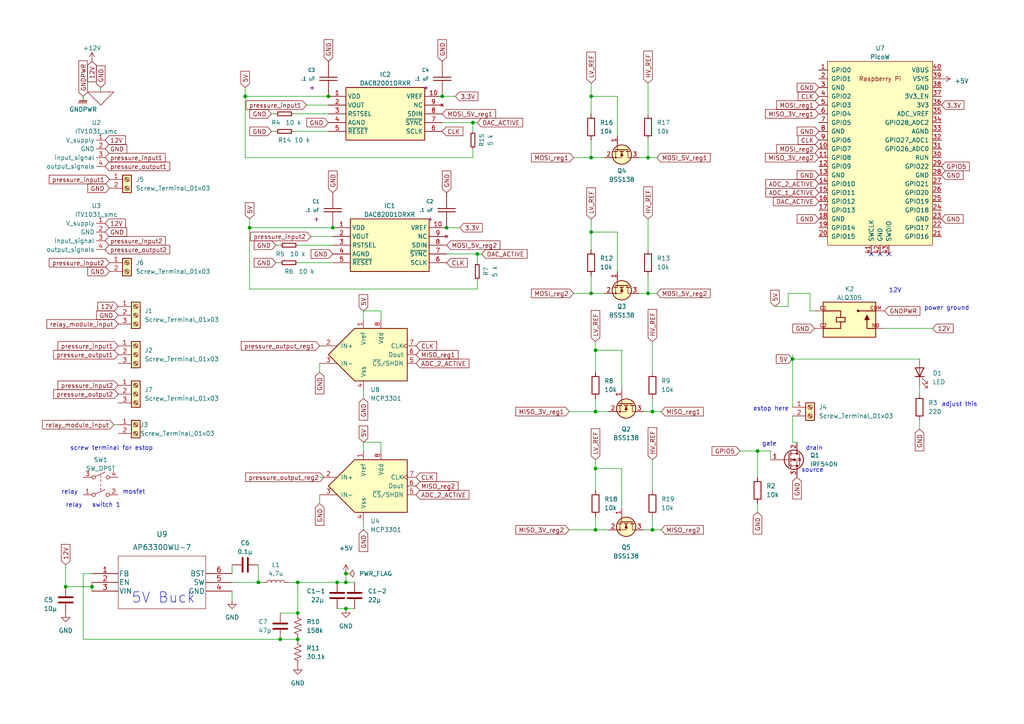
<source format=kicad_sch>
(kicad_sch (version 20230121) (generator eeschema)
  (paper "A4")
  (junction (at 86.36 185.42))
  (junction (at 187.96 45.72))
  (junction (at 96.52 66.04))
  (junction (at 187.96 85.09))
  (junction (at 172.72 135.89))
  (junction (at 219.71 130.81))
  (junction (at 86.36 168.91))
  (junction (at 86.36 177.8))
  (junction (at 128.27 27.94))
  (junction (at 364.49 138.43))
  (junction (at 100.33 168.91))
  (junction (at 72.39 66.04))
  (junction (at 100.33 176.53))
  (junction (at 95.25 27.94))
  (junction (at 361.95 36.83))
  (junction (at 71.12 27.94))
  (junction (at 138.43 73.66))
  (junction (at 74.93 168.91))
  (junction (at 189.23 119.38))
  (junction (at 26.67 170.18))
  (junction (at 172.72 101.6))
  (junction (at 97.79 168.91))
  (junction (at 229.87 104.14))
  (junction (at 171.45 85.09))
  (junction (at 171.45 67.31))
  (junction (at 364.49 107.95))
  (junction (at 100.33 166.37))
  (junction (at 171.45 27.94))
  (junction (at 189.23 153.67))
  (junction (at 19.05 170.18))
  (junction (at 172.72 153.67))
  (junction (at 361.95 67.31))
  (junction (at 81.28 185.42))
  (junction (at 129.54 66.04))
  (junction (at 137.16 35.56))
  (junction (at 172.72 119.38))
  (junction (at 171.45 45.72))
  (no_connect (at 255.27 73.66))
  (no_connect (at 252.73 73.66))
  (no_connect (at 257.81 73.66))
  (wire (pts (xy 186.69 119.38) (xy 189.23 119.38)))
  (wire (pts (xy 172.72 115.57) (xy 172.72 119.38)))
  (wire (pts (xy 137.16 45.72) (xy 137.16 43.18)))
  (wire (pts (xy 139.7 73.66) (xy 138.43 73.66)))
  (wire (pts (xy 110.49 92.71) (xy 110.49 90.17)))
  (wire (pts (xy 138.43 83.82) (xy 138.43 81.28)))
  (wire (pts (xy 72.39 83.82) (xy 138.43 83.82)))
  (wire (pts (xy 364.49 72.39) (xy 364.49 74.93)))
  (wire (pts (xy 219.71 130.81) (xy 219.71 138.43)))
  (wire (pts (xy 92.71 143.51) (xy 92.71 146.05)))
  (wire (pts (xy 367.03 143.51) (xy 367.03 146.05)))
  (wire (pts (xy 138.43 73.66) (xy 129.54 73.66)))
  (wire (pts (xy 71.12 45.72) (xy 137.16 45.72)))
  (wire (pts (xy 266.7 121.92) (xy 266.7 124.46)))
  (wire (pts (xy 314.96 73.66) (xy 326.39 73.66)))
  (wire (pts (xy 384.81 128.27) (xy 379.73 128.27)))
  (wire (pts (xy 172.72 142.24) (xy 172.72 135.89)))
  (wire (pts (xy 166.37 85.09) (xy 171.45 85.09)))
  (wire (pts (xy 364.49 107.95) (xy 364.49 111.76)))
  (wire (pts (xy 83.82 168.91) (xy 86.36 168.91)))
  (wire (pts (xy 80.01 76.2) (xy 81.28 76.2)))
  (wire (pts (xy 138.43 35.56) (xy 137.16 35.56)))
  (wire (pts (xy 171.45 67.31) (xy 179.07 67.31)))
  (wire (pts (xy 172.72 133.35) (xy 172.72 135.89)))
  (wire (pts (xy 172.72 99.06) (xy 172.72 101.6)))
  (wire (pts (xy 171.45 40.64) (xy 171.45 45.72)))
  (wire (pts (xy 364.49 120.65) (xy 368.3 120.65)))
  (wire (pts (xy 90.17 68.58) (xy 96.52 68.58)))
  (wire (pts (xy 228.6 85.09) (xy 234.95 85.09)))
  (wire (pts (xy 361.95 36.83) (xy 361.95 40.64)))
  (wire (pts (xy 97.79 168.91) (xy 100.33 168.91)))
  (wire (pts (xy 266.7 111.76) (xy 266.7 114.3)))
  (wire (pts (xy 229.87 120.65) (xy 229.87 128.27)))
  (wire (pts (xy 189.23 115.57) (xy 189.23 119.38)))
  (wire (pts (xy 72.39 63.5) (xy 72.39 66.04)))
  (wire (pts (xy 72.39 66.04) (xy 96.52 66.04)))
  (wire (pts (xy 364.49 138.43) (xy 364.49 142.24)))
  (wire (pts (xy 72.39 66.04) (xy 72.39 83.82)))
  (wire (pts (xy 26.67 168.91) (xy 26.67 170.18)))
  (wire (pts (xy 325.12 133.35) (xy 325.12 134.62)))
  (wire (pts (xy 171.45 33.02) (xy 171.45 27.94)))
  (wire (pts (xy 24.13 27.94) (xy 24.13 29.21)))
  (wire (pts (xy 266.7 104.14) (xy 229.87 104.14)))
  (wire (pts (xy 86.36 76.2) (xy 96.52 76.2)))
  (wire (pts (xy 171.45 80.01) (xy 171.45 85.09)))
  (wire (pts (xy 171.45 45.72) (xy 175.26 45.72)))
  (wire (pts (xy 317.5 144.78) (xy 328.93 144.78)))
  (wire (pts (xy 26.67 170.18) (xy 26.67 171.45)))
  (wire (pts (xy 187.96 45.72) (xy 190.5 45.72)))
  (wire (pts (xy 313.69 138.43) (xy 328.93 138.43)))
  (wire (pts (xy 172.72 107.95) (xy 172.72 101.6)))
  (wire (pts (xy 24.13 185.42) (xy 24.13 166.37)))
  (wire (pts (xy 110.49 130.81) (xy 110.49 128.27)))
  (wire (pts (xy 361.95 67.31) (xy 364.49 67.31)))
  (wire (pts (xy 105.41 151.13) (xy 105.41 153.67)))
  (wire (pts (xy 180.34 135.89) (xy 180.34 147.32)))
  (wire (pts (xy 364.49 124.46) (xy 368.3 124.46)))
  (wire (pts (xy 323.85 148.59) (xy 328.93 148.59)))
  (wire (pts (xy 100.33 176.53) (xy 102.87 176.53)))
  (wire (pts (xy 323.85 152.4) (xy 323.85 148.59)))
  (wire (pts (xy 256.54 95.25) (xy 270.51 95.25)))
  (wire (pts (xy 314.96 81.28) (xy 321.31 81.28)))
  (wire (pts (xy 325.12 134.62) (xy 328.93 134.62)))
  (wire (pts (xy 24.13 166.37) (xy 26.67 166.37)))
  (wire (pts (xy 311.15 67.31) (xy 326.39 67.31)))
  (wire (pts (xy 110.49 90.17) (xy 105.41 90.17)))
  (wire (pts (xy 377.19 57.15) (xy 377.19 59.69)))
  (wire (pts (xy 86.36 71.12) (xy 96.52 71.12)))
  (wire (pts (xy 313.69 133.35) (xy 325.12 133.35)))
  (wire (pts (xy 187.96 24.13) (xy 187.96 33.02)))
  (wire (pts (xy 229.87 128.27) (xy 231.14 128.27)))
  (wire (pts (xy 71.12 25.4) (xy 71.12 27.94)))
  (wire (pts (xy 364.49 115.57) (xy 368.3 115.57)))
  (wire (pts (xy 229.87 102.87) (xy 229.87 104.14)))
  (wire (pts (xy 364.49 138.43) (xy 367.03 138.43)))
  (wire (pts (xy 172.72 101.6) (xy 180.34 101.6)))
  (wire (pts (xy 179.07 27.94) (xy 179.07 39.37)))
  (wire (pts (xy 311.15 62.23) (xy 322.58 62.23)))
  (wire (pts (xy 137.16 35.56) (xy 137.16 38.1)))
  (wire (pts (xy 105.41 90.17) (xy 105.41 92.71)))
  (wire (pts (xy 100.33 166.37) (xy 100.33 168.91)))
  (wire (pts (xy 71.12 27.94) (xy 95.25 27.94)))
  (wire (pts (xy 78.74 38.1) (xy 80.01 38.1)))
  (wire (pts (xy 180.34 101.6) (xy 180.34 113.03)))
  (wire (pts (xy 224.79 88.9) (xy 228.6 88.9)))
  (wire (pts (xy 166.37 45.72) (xy 171.45 45.72)))
  (wire (pts (xy 92.71 138.43) (xy 93.98 138.43)))
  (wire (pts (xy 214.63 130.81) (xy 219.71 130.81)))
  (wire (pts (xy 86.36 168.91) (xy 86.36 177.8)))
  (wire (pts (xy 81.28 185.42) (xy 86.36 185.42)))
  (wire (pts (xy 81.28 71.12) (xy 80.01 71.12)))
  (wire (pts (xy 165.1 119.38) (xy 172.72 119.38)))
  (wire (pts (xy 74.93 163.83) (xy 74.93 168.91)))
  (wire (pts (xy 165.1 153.67) (xy 172.72 153.67)))
  (wire (pts (xy 137.16 35.56) (xy 128.27 35.56)))
  (wire (pts (xy 19.05 170.18) (xy 26.67 170.18)))
  (wire (pts (xy 364.49 107.95) (xy 368.3 107.95)))
  (wire (pts (xy 172.72 149.86) (xy 172.72 153.67)))
  (wire (pts (xy 67.31 171.45) (xy 67.31 173.99)))
  (wire (pts (xy 382.27 57.15) (xy 377.19 57.15)))
  (wire (pts (xy 92.71 105.41) (xy 92.71 107.95)))
  (wire (pts (xy 234.95 90.17) (xy 236.22 90.17)))
  (wire (pts (xy 138.43 73.66) (xy 138.43 76.2)))
  (wire (pts (xy 361.95 49.53) (xy 365.76 49.53)))
  (wire (pts (xy 185.42 45.72) (xy 187.96 45.72)))
  (wire (pts (xy 171.45 27.94) (xy 179.07 27.94)))
  (wire (pts (xy 189.23 99.06) (xy 189.23 107.95)))
  (wire (pts (xy 171.45 24.13) (xy 171.45 27.94)))
  (wire (pts (xy 187.96 40.64) (xy 187.96 45.72)))
  (wire (pts (xy 19.05 163.83) (xy 19.05 170.18)))
  (wire (pts (xy 189.23 149.86) (xy 189.23 153.67)))
  (wire (pts (xy 382.27 59.69) (xy 382.27 57.15)))
  (wire (pts (xy 67.31 168.91) (xy 74.93 168.91)))
  (wire (pts (xy 379.73 151.13) (xy 379.73 154.94)))
  (wire (pts (xy 97.79 176.53) (xy 100.33 176.53)))
  (wire (pts (xy 128.27 27.94) (xy 132.08 27.94)))
  (wire (pts (xy 377.19 80.01) (xy 377.19 83.82)))
  (wire (pts (xy 179.07 67.31) (xy 179.07 78.74)))
  (wire (pts (xy 379.73 128.27) (xy 379.73 130.81)))
  (wire (pts (xy 67.31 166.37) (xy 67.31 163.83)))
  (wire (pts (xy 228.6 85.09) (xy 228.6 88.9)))
  (wire (pts (xy 172.72 153.67) (xy 176.53 153.67)))
  (wire (pts (xy 100.33 168.91) (xy 102.87 168.91)))
  (wire (pts (xy 189.23 119.38) (xy 191.77 119.38)))
  (wire (pts (xy 129.54 66.04) (xy 133.35 66.04)))
  (wire (pts (xy 189.23 153.67) (xy 191.77 153.67)))
  (wire (pts (xy 81.28 177.8) (xy 86.36 177.8)))
  (wire (pts (xy 80.01 33.02) (xy 78.74 33.02)))
  (wire (pts (xy 33.02 123.19) (xy 34.29 123.19)))
  (wire (pts (xy 384.81 130.81) (xy 384.81 128.27)))
  (wire (pts (xy 219.71 146.05) (xy 219.71 148.59)))
  (wire (pts (xy 185.42 85.09) (xy 187.96 85.09)))
  (wire (pts (xy 172.72 119.38) (xy 176.53 119.38)))
  (wire (pts (xy 361.95 67.31) (xy 361.95 71.12)))
  (wire (pts (xy 171.45 85.09) (xy 175.26 85.09)))
  (wire (pts (xy 187.96 80.01) (xy 187.96 85.09)))
  (wire (pts (xy 81.28 185.42) (xy 24.13 185.42)))
  (wire (pts (xy 85.09 33.02) (xy 95.25 33.02)))
  (wire (pts (xy 322.58 62.23) (xy 322.58 63.5)))
  (wire (pts (xy 71.12 27.94) (xy 71.12 45.72)))
  (wire (pts (xy 219.71 130.81) (xy 223.52 130.81)))
  (wire (pts (xy 234.95 85.09) (xy 234.95 90.17)))
  (wire (pts (xy 76.2 168.91) (xy 74.93 168.91)))
  (wire (pts (xy 187.96 85.09) (xy 190.5 85.09)))
  (wire (pts (xy 171.45 72.39) (xy 171.45 67.31)))
  (wire (pts (xy 321.31 81.28) (xy 321.31 77.47)))
  (wire (pts (xy 85.09 38.1) (xy 95.25 38.1)))
  (wire (pts (xy 361.95 36.83) (xy 365.76 36.83)))
  (wire (pts (xy 317.5 152.4) (xy 323.85 152.4)))
  (wire (pts (xy 172.72 135.89) (xy 180.34 135.89)))
  (wire (pts (xy 105.41 128.27) (xy 105.41 130.81)))
  (wire (pts (xy 361.95 44.45) (xy 365.76 44.45)))
  (wire (pts (xy 322.58 63.5) (xy 326.39 63.5)))
  (wire (pts (xy 86.36 168.91) (xy 97.79 168.91)))
  (wire (pts (xy 29.21 26.67) (xy 29.21 25.4)))
  (wire (pts (xy 88.9 30.48) (xy 95.25 30.48)))
  (wire (pts (xy 361.95 53.34) (xy 365.76 53.34)))
  (wire (pts (xy 105.41 113.03) (xy 105.41 115.57)))
  (wire (pts (xy 223.52 130.81) (xy 223.52 133.35)))
  (wire (pts (xy 186.69 153.67) (xy 189.23 153.67)))
  (wire (pts (xy 189.23 133.35) (xy 189.23 142.24)))
  (wire (pts (xy 229.87 104.14) (xy 229.87 118.11)))
  (wire (pts (xy 321.31 77.47) (xy 326.39 77.47)))
  (wire (pts (xy 110.49 128.27) (xy 105.41 128.27)))
  (wire (pts (xy 187.96 63.5) (xy 187.96 72.39)))
  (wire (pts (xy 171.45 63.5) (xy 171.45 67.31)))
  (text "-5V\n" (at -31.75 307.34 0) (effects (font (size 1.27 1.27)) (justify left bottom)))
  (text "Pressure Sensor" (at 327.66 97.79 0) (effects (font (size 3 3)) (justify left bottom)))
  (text "relay\n" (at 17.78 143.51 0) (effects (font (size 1.27 1.27)) (justify left bottom)))
  (text "estop here\n" (at 218.44 119.38 0) (effects (font (size 1.27 1.27)) (justify left bottom)))
  (text "mosfet\n" (at 35.56 143.51 0) (effects (font (size 1.27 1.27)) (justify left bottom)))
  (text "+12 V\n" (at -82.55 297.18 0) (effects (font (size 1.27 1.27)) (justify left bottom)))
  (text "power ground\n" (at 267.97 90.17 0) (effects (font (size 1.27 1.27)) (justify left bottom)))
  (text "source\n" (at 232.41 137.16 0) (effects (font (size 1.27 1.27)) (justify left bottom)))
  (text "screw terminal for estop" (at 20.32 130.81 0) (effects (font (size 1.27 1.27)) (justify left bottom)))
  (text "switch 1\n" (at 26.67 147.32 0) (effects (font (size 1.27 1.27)) (justify left bottom)))
  (text "relay\n" (at 19.05 147.32 0) (effects (font (size 1.27 1.27)) (justify left bottom)))
  (text "different gnd?\n" (at -33.02 302.26 0) (effects (font (size 1.27 1.27)) (justify left bottom)))
  (text "Pressure Sensor" (at 325.12 26.67 0) (effects (font (size 3 3)) (justify left bottom)))
  (text "GND\n" (at -81.28 307.34 0) (effects (font (size 1.27 1.27)) (justify left bottom)))
  (text "drain\n" (at 233.68 130.81 0) (effects (font (size 1.27 1.27)) (justify left bottom)))
  (text "+5V\n" (at -33.02 295.91 0) (effects (font (size 1.27 1.27)) (justify left bottom)))
  (text "adjust this\n" (at 273.05 118.11 0) (effects (font (size 1.27 1.27)) (justify left bottom)))
  (text "5V Buck\n" (at 38.1 175.26 0) (effects (font (size 3 3)) (justify left bottom)))
  (text "12V" (at 257.81 85.09 0) (effects (font (size 1.27 1.27)) (justify left bottom)))
  (text "gate\n" (at 220.98 129.54 0) (effects (font (size 1.27 1.27)) (justify left bottom)))
  (global_label "GND" (shape input) (at 368.3 124.46 0) (property "Intersheetrefs" "${INTERSHEET_REFS}" (effects hide)))
  (global_label "pressure_input1" (shape input) (at 31.75 52.07 180) (property "Intersheetrefs" "${INTERSHEET_REFS}" (effects hide)))
  (global_label "CLK" (shape input) (at 120.65 138.43 0) (property "Intersheetrefs" "${INTERSHEET_REFS}" (effects hide)))
  (global_label "pressure_output1" (shape input) (at 34.29 102.87 180) (property "Intersheetrefs" "${INTERSHEET_REFS}" (effects hide)))
  (global_label "GND" (shape input) (at 80.01 76.2 180) (property "Intersheetrefs" "${INTERSHEET_REFS}" (effects hide)))
  (global_label "GND" (shape input) (at 92.71 146.05 270) (property "Intersheetrefs" "${INTERSHEET_REFS}" (effects hide)))
  (global_label "GND" (shape input) (at 92.71 107.95 270) (property "Intersheetrefs" "${INTERSHEET_REFS}" (effects hide)))
  (global_label "GND" (shape input) (at 31.75 54.61 180) (property "Intersheetrefs" "${INTERSHEET_REFS}" (effects hide)))
  (global_label "GND" (shape input) (at 368.3 120.65 0) (property "Intersheetrefs" "${INTERSHEET_REFS}" (effects hide)))
  (global_label "ADC_1_ACTIVE" (shape input) (at 392.43 72.39 0) (property "Intersheetrefs" "${INTERSHEET_REFS}" (effects hide)))
  (global_label "pressure_input1" (shape input) (at 88.9 30.48 180) (property "Intersheetrefs" "${INTERSHEET_REFS}" (effects hide)))
  (global_label "DAC_ACTIVE" (shape input) (at 139.7 73.66 0) (property "Intersheetrefs" "${INTERSHEET_REFS}" (effects hide)))
  (global_label "GND" (shape input) (at 273.05 63.5 0) (property "Intersheetrefs" "${INTERSHEET_REFS}" (effects hide)))
  (global_label "5V" (shape input) (at 311.15 64.77 0) (property "Intersheetrefs" "${INTERSHEET_REFS}" (effects hide)))
  (global_label "GND" (shape input) (at 364.49 74.93 270) (property "Intersheetrefs" "${INTERSHEET_REFS}" (effects hide)))
  (global_label "MISO_3V_reg1" (shape input) (at 237.49 33.02 180) (property "Intersheetrefs" "${INTERSHEET_REFS}" (effects hide)))
  (global_label "GND" (shape input) (at 78.74 33.02 180) (property "Intersheetrefs" "${INTERSHEET_REFS}" (effects hide)))
  (global_label "GND" (shape input) (at 367.03 146.05 270) (property "Intersheetrefs" "${INTERSHEET_REFS}" (effects hide)))
  (global_label "12V" (shape input) (at 34.29 88.9 180) (property "Intersheetrefs" "${INTERSHEET_REFS}" (effects hide)))
  (global_label "5V" (shape input) (at 377.19 57.15 90) (property "Intersheetrefs" "${INTERSHEET_REFS}" (effects hide)))
  (global_label "12V" (shape input) (at 270.51 95.25 0) (property "Intersheetrefs" "${INTERSHEET_REFS}" (effects hide)))
  (global_label "MOSI_5V_reg2" (shape input) (at 129.54 71.12 0) (property "Intersheetrefs" "${INTERSHEET_REFS}" (effects hide)))
  (global_label "5V" (shape input) (at 105.41 128.27 90) (property "Intersheetrefs" "${INTERSHEET_REFS}" (effects hide)))
  (global_label "MOSI_reg1" (shape input) (at 237.49 30.48 180) (property "Intersheetrefs" "${INTERSHEET_REFS}" (effects hide)))
  (global_label "ADC_1_ACTIVE" (shape input) (at 394.97 143.51 0) (property "Intersheetrefs" "${INTERSHEET_REFS}" (effects hide)))
  (global_label "MOSI_5V_reg1" (shape input) (at 128.27 33.02 0) (property "Intersheetrefs" "${INTERSHEET_REFS}" (effects hide)))
  (global_label "GND" (shape input) (at 313.69 130.81 0) (property "Intersheetrefs" "${INTERSHEET_REFS}" (effects hide)))
  (global_label "GND" (shape input) (at 96.52 55.88 90) (property "Intersheetrefs" "${INTERSHEET_REFS}" (effects hide)))
  (global_label "GND" (shape input) (at 365.76 44.45 0) (property "Intersheetrefs" "${INTERSHEET_REFS}" (effects hide)))
  (global_label "pressure_output_reg1" (shape input) (at 92.71 100.33 180) (property "Intersheetrefs" "${INTERSHEET_REFS}" (effects hide)))
  (global_label "CLK" (shape input) (at 120.65 100.33 0) (property "Intersheetrefs" "${INTERSHEET_REFS}" (effects hide)))
  (global_label "5V" (shape input) (at 368.3 107.95 0) (property "Intersheetrefs" "${INTERSHEET_REFS}" (effects hide)))
  (global_label "GND" (shape input) (at 31.75 78.74 180) (property "Intersheetrefs" "${INTERSHEET_REFS}" (effects hide)))
  (global_label "GND" (shape input) (at 219.71 148.59 270) (property "Intersheetrefs" "${INTERSHEET_REFS}" (effects hide)))
  (global_label "GND" (shape input) (at 129.54 55.88 90) (property "Intersheetrefs" "${INTERSHEET_REFS}" (effects hide)))
  (global_label "GPIO5" (shape input) (at 273.05 48.26 0) (property "Intersheetrefs" "${INTERSHEET_REFS}" (effects hide)))
  (global_label "5V" (shape input) (at 71.12 25.4 90) (property "Intersheetrefs" "${INTERSHEET_REFS}" (effects hide)))
  (global_label "MOSI_reg2" (shape input) (at 166.37 85.09 180) (property "Intersheetrefs" "${INTERSHEET_REFS}" (effects hide)))
  (global_label "MOSI_5V_reg1" (shape input) (at 190.5 45.72 0) (property "Intersheetrefs" "${INTERSHEET_REFS}" (effects hide)))
  (global_label "ADC_1_ACTIVE" (shape input) (at 237.49 55.88 180) (property "Intersheetrefs" "${INTERSHEET_REFS}" (effects hide)))
  (global_label "pressure_input2" (shape input) (at 90.17 68.58 180) (property "Intersheetrefs" "${INTERSHEET_REFS}" (effects hide)))
  (global_label "CLK" (shape input) (at 392.43 67.31 0) (property "Intersheetrefs" "${INTERSHEET_REFS}" (effects hide)))
  (global_label "MISO_3V_reg2" (shape input) (at 237.49 45.72 180) (property "Intersheetrefs" "${INTERSHEET_REFS}" (effects hide)))
  (global_label "LV_REF" (shape input) (at 171.45 63.5 90) (property "Intersheetrefs" "${INTERSHEET_REFS}" (effects hide)))
  (global_label "GNDPWR" (shape input) (at 24.13 27.94 90) (property "Intersheetrefs" "${INTERSHEET_REFS}" (effects hide)))
  (global_label "GND" (shape input) (at 128.27 17.78 90) (property "Intersheetrefs" "${INTERSHEET_REFS}" (effects hide)))
  (global_label "GND" (shape input) (at 379.73 154.94 270) (property "Intersheetrefs" "${INTERSHEET_REFS}" (effects hide)))
  (global_label "HV_REF" (shape input) (at 187.96 63.5 90) (property "Intersheetrefs" "${INTERSHEET_REFS}" (effects hide)))
  (global_label "GND" (shape input) (at 237.49 63.5 180) (property "Intersheetrefs" "${INTERSHEET_REFS}" (effects hide)))
  (global_label "CLK" (shape input) (at 237.49 27.94 180) (property "Intersheetrefs" "${INTERSHEET_REFS}" (effects hide)))
  (global_label "5V" (shape input) (at 105.41 90.17 90) (property "Intersheetrefs" "${INTERSHEET_REFS}" (effects hide)))
  (global_label "GND" (shape input) (at 29.21 25.4 90) (property "Intersheetrefs" "${INTERSHEET_REFS}" (effects hide)))
  (global_label "12V" (shape input) (at 30.48 64.77 0) (property "Intersheetrefs" "${INTERSHEET_REFS}" (effects hide)))
  (global_label "LV_REF" (shape input) (at 171.45 24.13 90) (property "Intersheetrefs" "${INTERSHEET_REFS}" (effects hide)))
  (global_label "HV_REF" (shape input) (at 189.23 133.35 90) (property "Intersheetrefs" "${INTERSHEET_REFS}" (effects hide)))
  (global_label "pressure_output_reg2" (shape input) (at 93.98 138.43 180) (property "Intersheetrefs" "${INTERSHEET_REFS}" (effects hide)))
  (global_label "GND" (shape input) (at 105.41 153.67 270) (property "Intersheetrefs" "${INTERSHEET_REFS}" (effects hide)))
  (global_label "3.3V" (shape input) (at 133.35 66.04 0) (property "Intersheetrefs" "${INTERSHEET_REFS}" (effects hide)))
  (global_label "ADC_2_ACTIVE" (shape input) (at 120.65 143.51 0) (property "Intersheetrefs" "${INTERSHEET_REFS}" (effects hide)))
  (global_label "pressure_output2" (shape input) (at 30.48 72.39 0) (property "Intersheetrefs" "${INTERSHEET_REFS}" (effects hide)))
  (global_label "pressure_input2" (shape input) (at 34.29 111.76 180) (property "Intersheetrefs" "${INTERSHEET_REFS}" (effects hide)))
  (global_label "12V" (shape input) (at 30.48 40.64 0) (property "Intersheetrefs" "${INTERSHEET_REFS}" (effects hide)))
  (global_label "GND" (shape input) (at 368.3 115.57 0) (property "Intersheetrefs" "${INTERSHEET_REFS}" (effects hide)))
  (global_label "GND" (shape input) (at 237.49 25.4 180) (property "Intersheetrefs" "${INTERSHEET_REFS}" (effects hide)))
  (global_label "MISO_reg2" (shape input) (at 394.97 140.97 0) (property "Intersheetrefs" "${INTERSHEET_REFS}" (effects hide)))
  (global_label "GND" (shape input) (at 377.19 83.82 270) (property "Intersheetrefs" "${INTERSHEET_REFS}" (effects hide)))
  (global_label "GND" (shape input) (at 266.7 124.46 270) (property "Intersheetrefs" "${INTERSHEET_REFS}" (effects hide)))
  (global_label "12V" (shape input) (at 19.05 163.83 90) (property "Intersheetrefs" "${INTERSHEET_REFS}" (effects hide)))
  (global_label "5V" (shape input) (at 365.76 36.83 0) (property "Intersheetrefs" "${INTERSHEET_REFS}" (effects hide)))
  (global_label "pressure_input2" (shape input) (at 30.48 69.85 0) (property "Intersheetrefs" "${INTERSHEET_REFS}" (effects hide)))
  (global_label "5V" (shape input) (at 224.79 88.9 90) (property "Intersheetrefs" "${INTERSHEET_REFS}" (effects hide)))
  (global_label "GND" (shape input) (at 273.05 50.8 0) (property "Intersheetrefs" "${INTERSHEET_REFS}" (effects hide)))
  (global_label "DAC_ACTIVE" (shape input) (at 237.49 58.42 180) (property "Intersheetrefs" "${INTERSHEET_REFS}" (effects hide)))
  (global_label "HV_REF" (shape input) (at 187.96 24.13 90) (property "Intersheetrefs" "${INTERSHEET_REFS}" (effects hide)))
  (global_label "LV_REF" (shape input) (at 172.72 99.06 90) (property "Intersheetrefs" "${INTERSHEET_REFS}" (effects hide)))
  (global_label "pressure_output2" (shape input) (at 34.29 114.3 180) (property "Intersheetrefs" "${INTERSHEET_REFS}" (effects hide)))
  (global_label "GPIO5" (shape input) (at 214.63 130.81 180) (property "Intersheetrefs" "${INTERSHEET_REFS}" (effects hide)))
  (global_label "3.3V" (shape input) (at 132.08 27.94 0) (property "Intersheetrefs" "${INTERSHEET_REFS}" (effects hide)))
  (global_label "pressure_input1" (shape input) (at 34.29 100.33 180) (property "Intersheetrefs" "${INTERSHEET_REFS}" (effects hide)))
  (global_label "GND" (shape input) (at 311.15 59.69 0) (property "Intersheetrefs" "${INTERSHEET_REFS}" (effects hide)))
  (global_label "5V" (shape input) (at 229.87 104.14 180) (property "Intersheetrefs" "${INTERSHEET_REFS}" (effects hide)))
  (global_label "pressure_input2" (shape input) (at 31.75 76.2 180) (property "Intersheetrefs" "${INTERSHEET_REFS}" (effects hide)))
  (global_label "5V" (shape input) (at 72.39 63.5 90) (property "Intersheetrefs" "${INTERSHEET_REFS}" (effects hide)))
  (global_label "MISO_reg1" (shape input) (at 191.77 119.38 0) (property "Intersheetrefs" "${INTERSHEET_REFS}" (effects hide)))
  (global_label "relay_module_input" (shape input) (at 34.29 93.98 180) (property "Intersheetrefs" "${INTERSHEET_REFS}" (effects hide)))
  (global_label "MISO_reg2" (shape input) (at 120.65 140.97 0) (property "Intersheetrefs" "${INTERSHEET_REFS}" (effects hide)))
  (global_label "5V" (shape input) (at 379.73 128.27 90) (property "Intersheetrefs" "${INTERSHEET_REFS}" (effects hide)))
  (global_label "ADC_2_ACTIVE" (shape input) (at 237.49 53.34 180) (property "Intersheetrefs" "${INTERSHEET_REFS}" (effects hide)))
  (global_label "MISO_3V_reg1" (shape input) (at 165.1 119.38 180) (property "Intersheetrefs" "${INTERSHEET_REFS}" (effects hide)))
  (global_label "GND" (shape input) (at 237.49 50.8 180) (property "Intersheetrefs" "${INTERSHEET_REFS}" (effects hide)))
  (global_label "GND" (shape input) (at 95.25 17.78 90) (property "Intersheetrefs" "${INTERSHEET_REFS}" (effects hide)))
  (global_label "MISO_3V_reg2" (shape input) (at 165.1 153.67 180) (property "Intersheetrefs" "${INTERSHEET_REFS}" (effects hide)))
  (global_label "GNDPWR" (shape input) (at 256.54 90.17 0) (property "Intersheetrefs" "${INTERSHEET_REFS}" (effects hide)))
  (global_label "GND" (shape input) (at 237.49 38.1 180) (property "Intersheetrefs" "${INTERSHEET_REFS}" (effects hide)))
  (global_label "DAC_ACTIVE" (shape input) (at 138.43 35.56 0) (property "Intersheetrefs" "${INTERSHEET_REFS}" (effects hide)))
  (global_label "GND" (shape input) (at 105.41 115.57 270) (property "Intersheetrefs" "${INTERSHEET_REFS}" (effects hide)))
  (global_label "MOSI_5V_reg2" (shape input) (at 190.5 85.09 0) (property "Intersheetrefs" "${INTERSHEET_REFS}" (effects hide)))
  (global_label "GND" (shape input) (at 96.52 73.66 180) (property "Intersheetrefs" "${INTERSHEET_REFS}" (effects hide)))
  (global_label "MISO_reg1" (shape input) (at 392.43 69.85 0) (property "Intersheetrefs" "${INTERSHEET_REFS}" (effects hide)))
  (global_label "MISO_reg1" (shape input) (at 120.65 102.87 0) (property "Intersheetrefs" "${INTERSHEET_REFS}" (effects hide)))
  (global_label "GND" (shape input) (at 236.22 95.25 180) (property "Intersheetrefs" "${INTERSHEET_REFS}" (effects hide)))
  (global_label "pressure_output1" (shape input) (at 30.48 48.26 0) (property "Intersheetrefs" "${INTERSHEET_REFS}" (effects hide)))
  (global_label "GND" (shape input) (at 95.25 35.56 180) (property "Intersheetrefs" "${INTERSHEET_REFS}" (effects hide)))
  (global_label "CLK" (shape input) (at 128.27 38.1 0) (property "Intersheetrefs" "${INTERSHEET_REFS}" (effects hide)))
  (global_label "MISO_reg2" (shape input) (at 191.77 153.67 0) (property "Intersheetrefs" "${INTERSHEET_REFS}" (effects hide)))
  (global_label "GND" (shape input) (at 80.01 71.12 180) (property "Intersheetrefs" "${INTERSHEET_REFS}" (effects hide)))
  (global_label "GND" (shape input) (at 365.76 53.34 0) (property "Intersheetrefs" "${INTERSHEET_REFS}" (effects hide)))
  (global_label "HV_REF" (shape input) (at 189.23 99.06 90) (property "Intersheetrefs" "${INTERSHEET_REFS}" (effects hide)))
  (global_label "GND" (shape input) (at 365.76 49.53 0) (property "Intersheetrefs" "${INTERSHEET_REFS}" (effects hide)))
  (global_label "CLK" (shape input) (at 129.54 76.2 0) (property "Intersheetrefs" "${INTERSHEET_REFS}" (effects hide)))
  (global_label "relay_module_input" (shape input) (at 33.02 123.19 180) (property "Intersheetrefs" "${INTERSHEET_REFS}" (effects hide)))
  (global_label "GND" (shape input) (at 231.14 138.43 270) (property "Intersheetrefs" "${INTERSHEET_REFS}" (effects hide)))
  (global_label "GND" (shape input) (at 30.48 43.18 0) (property "Intersheetrefs" "${INTERSHEET_REFS}" (effects hide)))
  (global_label "GND" (shape input) (at 78.74 38.1 180) (property "Intersheetrefs" "${INTERSHEET_REFS}" (effects hide)))
  (global_label "12V" (shape input) (at 26.67 17.78 270) (property "Intersheetrefs" "${INTERSHEET_REFS}" (effects hide)))
  (global_label "pressure_input1" (shape input) (at 30.48 45.72 0) (property "Intersheetrefs" "${INTERSHEET_REFS}" (effects hide)))
  (global_label "MOSI_reg1" (shape input) (at 166.37 45.72 180) (property "Intersheetrefs" "${INTERSHEET_REFS}" (effects hide)))
  (global_label "3.3V" (shape input) (at 273.05 30.48 0) (property "Intersheetrefs" "${INTERSHEET_REFS}" (effects hide)))
  (global_label "MOSI_reg2" (shape input) (at 237.49 43.18 180) (property "Intersheetrefs" "${INTERSHEET_REFS}" (effects hide)))
  (global_label "CLK" (shape input) (at 394.97 138.43 0) (property "Intersheetrefs" "${INTERSHEET_REFS}" (effects hide)))
  (global_label "GND" (shape input) (at 34.29 91.44 180) (property "Intersheetrefs" "${INTERSHEET_REFS}" (effects hide)))
  (global_label "5V" (shape input) (at 313.69 135.89 0) (property "Intersheetrefs" "${INTERSHEET_REFS}" (effects hide)))
  (global_label "ADC_2_ACTIVE" (shape input) (at 120.65 105.41 0) (property "Intersheetrefs" "${INTERSHEET_REFS}" (effects hide)))
  (global_label "GND" (shape input) (at 30.48 67.31 0) (property "Intersheetrefs" "${INTERSHEET_REFS}" (effects hide)))
  (global_label "CLK" (shape input) (at 237.49 40.64 180) (property "Intersheetrefs" "${INTERSHEET_REFS}" (effects hide)))
  (global_label "LV_REF" (shape input) (at 172.72 133.35 90) (property "Intersheetrefs" "${INTERSHEET_REFS}" (effects hide)))
  (symbol (lib_id "Analog_ADC:MCP3301") (at 107.95 140.97 0) (unit 1)
    (property "Reference" "U4" (at 107.4294 151.13 0) (effects (justify left)))
    (property "Value" "MCP3301" (at 107.4294 153.67 0) (effects (justify left)))
    (property "Footprint" "ADC:Microchip-MCP3301-CI_P-Manufacturer_Recommended" (effects hide))
    (property "Datasheet" "http://ww1.microchip.com/downloads/en/DeviceDoc/21700D.pdf" (effects hide))
  )
  (symbol (lib_id "Device:R") (at 171.45 76.2 0) (unit 1)
    (property "Reference" "R12" (at 173.99 74.9299 0) (effects (justify left)))
    (property "Value" "10k" (at 173.99 77.4699 0) (effects (justify left)))
    (property "Footprint" "Resistor_THT:R_Axial_DIN0204_L3.6mm_D1.6mm_P7.62mm_Horizontal" (effects hide))
  )
  (symbol (lib_id "Device:C") (at 102.87 172.72 0) (unit 1)
    (property "Reference" "C1-2" (at 106.68 171.4499 0) (effects (justify left)))
    (property "Value" "22μ" (at 106.68 173.99 0) (effects (justify left)))
    (property "Footprint" "Capacitor_SMD:C_1210_3225Metric_Pad1.33x2.70mm_HandSolder" (effects hide))
  )
  (symbol (lib_id "Device:L") (at 80.01 168.91 90) (unit 1)
    (property "Reference" "L1" (at 80.01 163.83 90))
    (property "Value" "4.7u" (at 80.01 166.37 90))
    (property "Footprint" "Inductor_SMD:SIDMP-SP0530" (effects hide))
  )
  (symbol (lib_id "PCM_Generic:C,IEC") (at 96.52 60.96 0) (unit 1)
    (property "Reference" "C1" (at 92.71 58.42 0) (effects (font (size 1 1)) (justify right)))
    (property "Value" ".1 uF" (at 92.71 60.96 0) (effects (font (size 1 1)) (justify right)))
    (property "Footprint" "PCM_Capacitor_SMD_AKL:C_1206_3216Metric_Pad1.42x1.75mm" (effects hide))
    (property "Indicator" "+" (at 92.71 63.5 0) (effects (justify right)))
  )
  (symbol (lib_id "Switch:SW_DPST") (at 29.21 140.97 0) (unit 1)
    (property "Reference" "SW1" (at 29.21 133.35 0))
    (property "Value" "SW_DPST" (at 29.21 135.89 0))
  )
  (symbol (lib_id "Connector:Screw_Terminal_01x03") (at 39.37 114.3 0) (unit 1)
    (property "Reference" "J7" (at 41.91 113.0299 0) (effects (justify left)))
    (property "Value" "Screw_Terminal_01x03" (at 41.91 115.5699 0) (effects (justify left)))
    (property "Footprint" "TerminalBlock:TerminalBlock_Altech_AK300-3_P5.00mm" (effects hide))
  )
  (symbol (lib_id "Transistor_FET:IRF540N") (at 228.6 133.35 0) (unit 1)
    (property "Reference" "Q1" (at 234.95 132.0799 0) (effects (justify left)))
    (property "Value" "IRF540N" (at 234.95 134.6199 0) (effects (justify left)))
    (property "Footprint" "Package_TO_SOT_THT:TO-220-3_Vertical" (effects hide))
    (property "Datasheet" "http://www.irf.com/product-info/datasheets/data/irf540n.pdf" (effects hide))
  )
  (symbol (lib_id "Device:C") (at 81.28 181.61 180) (unit 1)
    (property "Reference" "C7" (at 74.93 180.34 0) (effects (justify right)))
    (property "Value" "47p" (at 74.93 182.88 0) (effects (justify right)))
    (property "Footprint" "Capacitor_SMD:C_0603_1608Metric_Pad1.08x0.95mm_HandSolder" (effects hide))
  )
  (symbol (lib_id "Device:R") (at 187.96 76.2 0) (unit 1)
    (property "Reference" "R13" (at 190.5 74.9299 0) (effects (justify left)))
    (property "Value" "10k" (at 190.5 77.4699 0) (effects (justify left)))
    (property "Footprint" "Resistor_THT:R_Axial_DIN0204_L3.6mm_D1.6mm_P7.62mm_Horizontal" (effects hide))
  )
  (symbol (lib_id "PCM_Generic:C,IEC") (at 128.27 22.86 0) (unit 1)
    (property "Reference" "C4" (at 124.46 20.32 0) (effects (font (size 1 1)) (justify right)))
    (property "Value" ".1 uF" (at 124.46 22.86 0) (effects (font (size 1 1)) (justify right)))
    (property "Footprint" "PCM_Capacitor_SMD_AKL:C_1206_3216Metric_Pad1.42x1.75mm" (effects hide))
    (property "Indicator" "+" (at 124.46 25.4 0) (effects (justify right)))
  )
  (symbol (lib_id "Device:R") (at 266.7 118.11 0) (unit 1)
    (property "Reference" "R3" (at 269.24 116.8399 0) (effects (justify left)))
    (property "Value" "220" (at 269.24 119.3799 0) (effects (justify left)))
    (property "Footprint" "Resistor_THT:R_Axial_DIN0204_L3.6mm_D1.6mm_P7.62mm_Horizontal" (effects hide))
  )
  (symbol (lib_id "power:PWR_FLAG") (at 100.33 166.37 270) (unit 1)
    (property "Reference" "#FLG01" (effects hide))
    (property "Value" "PWR_FLAG" (at 104.14 166.3699 90) (effects (justify left)))
  )
  (symbol (lib_id "Connector:Screw_Terminal_01x03") (at 39.37 91.44 0) (unit 1)
    (property "Reference" "J1" (at 41.91 90.1699 0) (effects (justify left)))
    (property "Value" "Screw_Terminal_01x03" (at 41.91 92.7099 0) (effects (justify left)))
    (property "Footprint" "TerminalBlock:TerminalBlock_Altech_AK300-3_P5.00mm" (effects hide))
  )
  (symbol (lib_id "power:GND") (at 100.33 176.53 0) (unit 1)
    (property "Reference" "#PWR011" (effects hide))
    (property "Value" "GND" (at 100.33 181.61 0))
  )
  (symbol (lib_id "Device:C") (at 71.12 163.83 90) (unit 1)
    (property "Reference" "C6" (at 71.12 157.48 90))
    (property "Value" "0.1μ" (at 71.12 160.02 90))
    (property "Footprint" "Capacitor_SMD:C_1206_3216Metric_Pad1.33x1.80mm_HandSolder" (effects hide))
  )
  (symbol (lib_id "INA125P:INA125P") (at 344.17 57.15 0) (unit 1)
    (property "Reference" "U5" (at 344.17 29.21 0))
    (property "Value" "INA125P" (at 344.17 31.75 0))
    (property "Footprint" "INA125P:ina125p_bigger_pads" (effects hide))
  )
  (symbol (lib_id "PCM_Generic-50:R,IEC") (at 83.82 71.12 90) (unit 1)
    (property "Reference" "R5" (at 81.28 73.66 90))
    (property "Value" "10 k" (at 86.36 73.66 90))
    (property "Footprint" "Resistor_SMD:R_0402_1005Metric" (effects hide))
    (property "Indicator" "+" (effects hide))
  )
  (symbol (lib_id "power:+5V") (at 273.05 22.86 270) (unit 1)
    (property "Reference" "#PWR06" (effects hide))
    (property "Value" "+5V" (at 276.86 23.495 90) (effects (justify left)))
  )
  (symbol (lib_id "Device:R") (at 314.96 77.47 0) (unit 1)
    (property "Reference" "R1" (at 317.5 76.1999 0) (effects (justify left)))
    (property "Value" "810" (at 317.5 78.7399 0) (effects (justify left)))
    (property "Footprint" "Resistor_THT:R_Axial_DIN0204_L3.6mm_D1.6mm_P7.62mm_Horizontal" (effects hide))
  )
  (symbol (lib_id "Analog_ADC:MCP3301") (at 382.27 140.97 0) (unit 1)
    (property "Reference" "U12" (at 381.7494 151.13 0) (effects (justify left)))
    (property "Value" "MCP3301" (at 381.7494 153.67 0) (effects (justify left)))
    (property "Footprint" "ADC:Microchip-MCP3301-CI_P-Manufacturer_Recommended" (effects hide))
    (property "Datasheet" "http://ww1.microchip.com/downloads/en/DeviceDoc/21700D.pdf" (effects hide))
  )
  (symbol (lib_id "PCM_Transistor_MOSFET_AKL:BSS138") (at 180.34 82.55 270) (unit 1)
    (property "Reference" "Q3" (at 180.34 88.9 90))
    (property "Value" "BSS138" (at 180.34 91.44 90))
    (property "Footprint" "Package_TO_SOT_SMD_AKL:SOT-23" (effects hide))
    (property "Datasheet" "https://www.tme.eu/Document/2b32cdd3c66afedbcd628e73d93ae817/BSS138-7-F.pdf" (effects hide))
  )
  (symbol (lib_id "Device:R") (at 172.72 146.05 0) (unit 1)
    (property "Reference" "R18" (at 175.26 144.7799 0) (effects (justify left)))
    (property "Value" "10k" (at 175.26 147.3199 0) (effects (justify left)))
    (property "Footprint" "Resistor_THT:R_Axial_DIN0204_L3.6mm_D1.6mm_P7.62mm_Horizontal" (effects hide))
  )
  (symbol (lib_id "DC_DC_ISO:TMV_1205D") (at -54.61 300.99 0) (unit 1)
    (property "Reference" "PS1" (at -54.61 289.56 0))
    (property "Value" "TMV_1205D" (at -54.61 292.1 0))
    (property "Footprint" "CONV_TMV_1205D" (effects hide))
    (property "PARTREV" "March 26, 2020" (effects hide))
    (property "MAXIMUM_PACKAGE_HEIGHT" "10.7mm" (effects hide))
    (property "STANDARD" "IPC 7351B" (effects hide))
    (property "MANUFACTURER" "Traco Power" (effects hide))
  )
  (symbol (lib_id "PCM_Generic-50:R,IEC") (at 137.16 40.64 180) (unit 1)
    (property "Reference" "R15" (at 139.7 40.64 90))
    (property "Value" "5 k" (at 142.24 40.64 90))
    (property "Footprint" "Resistor_SMD:R_0402_1005Metric" (effects hide))
    (property "Indicator" "+" (effects hide))
  )
  (symbol (lib_id "PCM_Generic:C,IEC") (at 129.54 60.96 0) (unit 1)
    (property "Reference" "C2" (at 125.73 58.42 0) (effects (font (size 1 1)) (justify right)))
    (property "Value" ".1 uF" (at 125.73 60.96 0) (effects (font (size 1 1)) (justify right)))
    (property "Footprint" "PCM_Capacitor_SMD_AKL:C_1206_3216Metric_Pad1.42x1.75mm" (effects hide))
    (property "Indicator" "+" (at 125.73 63.5 0) (effects (justify right)))
  )
  (symbol (lib_id "power:GND") (at 19.05 177.8 0) (unit 1)
    (property "Reference" "#PWR07" (effects hide))
    (property "Value" "GND" (at 19.05 182.88 0))
  )
  (symbol (lib_id "PCM_Transistor_MOSFET_AKL:BSS138") (at 181.61 151.13 270) (unit 1)
    (property "Reference" "Q5" (at 181.61 158.75 90))
    (property "Value" "BSS138" (at 181.61 161.29 90))
    (property "Footprint" "Package_TO_SOT_SMD_AKL:SOT-23" (effects hide))
    (property "Datasheet" "https://www.tme.eu/Document/2b32cdd3c66afedbcd628e73d93ae817/BSS138-7-F.pdf" (effects hide))
  )
  (symbol (lib_id "Device:R") (at 171.45 36.83 0) (unit 1)
    (property "Reference" "R16" (at 173.99 35.5599 0) (effects (justify left)))
    (property "Value" "10k" (at 173.99 38.0999 0) (effects (justify left)))
    (property "Footprint" "Resistor_THT:R_Axial_DIN0204_L3.6mm_D1.6mm_P7.62mm_Horizontal" (effects hide))
  )
  (symbol (lib_id "Connector:Screw_Terminal_01x02") (at 234.95 118.11 0) (unit 1)
    (property "Reference" "J4" (at 237.49 118.1099 0) (effects (justify left)))
    (property "Value" "Screw_Terminal_01x03" (at 237.49 120.6499 0) (effects (justify left)))
    (property "Footprint" "TerminalBlock:TerminalBlock_Altech_AK300-2_P5.00mm" (effects hide))
  )
  (symbol (lib_id "ALQ305:ALQ305") (at 246.38 92.71 0) (unit 1)
    (property "Reference" "K2" (at 246.38 83.82 0))
    (property "Value" "ALQ305" (at 246.38 86.36 0))
    (property "Footprint" "RELAY_ALQ305" (effects hide))
    (property "MAXIMUM_PACKAGE_HEIGHT" "16 mm" (effects hide))
    (property "PARTREV" "2020.08" (effects hide))
    (property "MANUFACTURER" "Panasonic" (effects hide))
    (property "STANDARD" "Manufacturer Recommendations" (effects hide))
  )
  (symbol (lib_id "Sensor_Pressure:mpx2200") (at 313.69 146.05 0) (mirror x) (unit 1)
    (property "Reference" "U10" (at 310.515 144.78 0))
    (property "Value" "mpx2200" (at 310.515 142.24 0))
    (property "Footprint" "MPX:MPX2200" (effects hide))
  )
  (symbol (lib_id "PCM_Transistor_MOSFET_AKL:BSS138") (at 180.34 43.18 270) (unit 1)
    (property "Reference" "Q4" (at 180.34 49.53 90))
    (property "Value" "BSS138" (at 180.34 52.07 90))
    (property "Footprint" "Package_TO_SOT_SMD_AKL:SOT-23" (effects hide))
    (property "Datasheet" "https://www.tme.eu/Document/2b32cdd3c66afedbcd628e73d93ae817/BSS138-7-F.pdf" (effects hide))
  )
  (symbol (lib_id "INA125P:INA125P") (at 346.71 128.27 0) (unit 1)
    (property "Reference" "U11" (at 346.71 100.33 0))
    (property "Value" "INA125P" (at 346.71 102.87 0))
    (property "Footprint" "INA125P:ina125p_bigger_pads" (effects hide))
  )
  (symbol (lib_id "Device:C") (at 19.05 173.99 0) (unit 1)
    (property "Reference" "C5" (at 12.7 173.99 0) (effects (justify left)))
    (property "Value" "10μ" (at 12.7 176.53 0) (effects (justify left)))
    (property "Footprint" "Capacitor_SMD:C_1210_3225Metric_Pad1.33x2.70mm_HandSolder" (effects hide))
  )
  (symbol (lib_id "Sensor_Pressure:mpx2200") (at 311.15 74.93 0) (mirror x) (unit 1)
    (property "Reference" "U1" (at 307.975 73.66 0))
    (property "Value" "mpx2200" (at 307.975 71.12 0))
    (property "Footprint" "MPX:MPX2200" (effects hide))
  )
  (symbol (lib_id "DAC82001DRXR:DAC82001DRXR") (at 95.25 27.94 0) (unit 1)
    (property "Reference" "IC2" (at 111.76 21.59 0))
    (property "Value" "DAC82001DRXR" (at 111.76 24.13 0))
    (property "Footprint" "DAC:SON50P250X250X80-10N" (effects hide))
    (property "Datasheet" "https://www.ti.com/lit/ds/symlink/dac82001.pdf?ts=1678941406770&ref_url=https%253A%252F%252Fwww.ti.com%252Fproduct%252FDAC82001%252Fpart-details%252FDAC82001DRXR" (effects hide))
    (property "Height" "0.8" (effects hide))
    (property "Mouser Part Number" "595-DAC82001DRXR" (effects hide))
    (property "Mouser Price/Stock" "https://www.mouser.co.uk/ProductDetail/Texas-Instruments/DAC82001DRXR?qs=rQFj71Wb1eWP5abDgmNx0w%3D%3D" (effects hide))
    (property "Manufacturer_Name" "Texas Instruments" (effects hide))
    (property "Manufacturer_Part_Number" "DAC82001DRXR" (effects hide))
  )
  (symbol (lib_id "power:GND") (at 86.36 193.04 0) (unit 1)
    (property "Reference" "#PWR09" (effects hide))
    (property "Value" "GND" (at 86.36 198.12 0))
  )
  (symbol (lib_id "Device:R") (at 189.23 146.05 0) (unit 1)
    (property "Reference" "R19" (at 191.77 144.7799 0) (effects (justify left)))
    (property "Value" "10k" (at 191.77 147.3199 0) (effects (justify left)))
    (property "Footprint" "Resistor_THT:R_Axial_DIN0204_L3.6mm_D1.6mm_P7.62mm_Horizontal" (effects hide))
  )
  (symbol (lib_id "Device:LED") (at 266.7 107.95 90) (unit 1)
    (property "Reference" "D1" (at 270.51 108.2674 90) (effects (justify right)))
    (property "Value" "LED" (at 270.51 110.8074 90) (effects (justify right)))
    (property "Footprint" "LED_THT:LED_D3.0mm" (effects hide))
  )
  (symbol (lib_id "DAC82001DRXR:DAC82001DRXR") (at 96.52 66.04 0) (unit 1)
    (property "Reference" "IC1" (at 113.03 59.69 0))
    (property "Value" "DAC82001DRXR" (at 113.03 62.23 0))
    (property "Footprint" "DAC:SON50P250X250X80-10N" (effects hide))
    (property "Datasheet" "https://www.ti.com/lit/ds/symlink/dac82001.pdf?ts=1678941406770&ref_url=https%253A%252F%252Fwww.ti.com%252Fproduct%252FDAC82001%252Fpart-details%252FDAC82001DRXR" (effects hide))
    (property "Height" "0.8" (effects hide))
    (property "Mouser Part Number" "595-DAC82001DRXR" (effects hide))
    (property "Mouser Price/Stock" "https://www.mouser.co.uk/ProductDetail/Texas-Instruments/DAC82001DRXR?qs=rQFj71Wb1eWP5abDgmNx0w%3D%3D" (effects hide))
    (property "Manufacturer_Name" "Texas Instruments" (effects hide))
    (property "Manufacturer_Part_Number" "DAC82001DRXR" (effects hide))
  )
  (symbol (lib_id "Device:R") (at 187.96 36.83 0) (unit 1)
    (property "Reference" "R17" (at 190.5 35.5599 0) (effects (justify left)))
    (property "Value" "10k" (at 190.5 38.0999 0) (effects (justify left)))
    (property "Footprint" "Resistor_THT:R_Axial_DIN0204_L3.6mm_D1.6mm_P7.62mm_Horizontal" (effects hide))
  )
  (symbol (lib_id "power:GNDPWR") (at 24.13 27.94 0) (unit 1)
    (property "Reference" "#PWR0101" (effects hide))
    (property "Value" "GNDPWR" (at 24.13 31.75 0))
  )
  (symbol (lib_id "pressure_regulator:ITV1031_smc") (at 30.48 58.42 0) (unit 1)
    (property "Reference" "U3" (at 27.94 59.69 0))
    (property "Value" "ITV1031_smc" (at 27.94 62.23 0))
  )
  (symbol (lib_id "ultralibrarian:AP63300WU-7") (at 26.67 166.37 0) (unit 1)
    (property "Reference" "U9" (at 46.99 154.94 0) (effects (font (size 1.524 1.524))))
    (property "Value" "AP63300WU-7" (at 46.99 158.75 0) (effects (font (size 1.524 1.524))))
    (property "Footprint" "Package_TO_SOT_SMD:TSOT-23-6_HandSoldering" (effects hide))
  )
  (symbol (lib_id "Device:R") (at 172.72 111.76 0) (unit 1)
    (property "Reference" "R8" (at 175.26 110.4899 0) (effects (justify left)))
    (property "Value" "10k" (at 175.26 113.0299 0) (effects (justify left)))
    (property "Footprint" "Resistor_THT:R_Axial_DIN0204_L3.6mm_D1.6mm_P7.62mm_Horizontal" (effects hide))
  )
  (symbol (lib_id "picow:PicoW") (at 255.27 44.45 0) (unit 1)
    (property "Reference" "U7" (at 255.27 13.97 0))
    (property "Value" "PicoW" (at 255.27 16.51 0))
    (property "Footprint" "RPi_PicoW:RPi_Pico_SMD_TH" (effects hide))
  )
  (symbol (lib_id "Device:C") (at 97.79 172.72 0) (unit 1)
    (property "Reference" "C1-1" (at 88.9 171.45 0) (effects (justify left)))
    (property "Value" "22μ" (at 90.17 173.99 0) (effects (justify left)))
    (property "Footprint" "Capacitor_SMD:C_1210_3225Metric_Pad1.33x2.70mm_HandSolder" (effects hide))
  )
  (symbol (lib_id "pressure_regulator:ITV1031_smc") (at 30.48 34.29 0) (unit 1)
    (property "Reference" "U2" (at 27.94 35.56 0))
    (property "Value" "ITV1031_smc" (at 27.94 38.1 0))
  )
  (symbol (lib_id "power:+5V") (at 100.33 166.37 0) (unit 1)
    (property "Reference" "#PWR010" (effects hide))
    (property "Value" "+5V" (at 100.33 159.004 0))
  )
  (symbol (lib_id "PCM_Generic:C,IEC") (at 95.25 22.86 0) (unit 1)
    (property "Reference" "C3" (at 91.44 20.32 0) (effects (font (size 1 1)) (justify right)))
    (property "Value" ".1 uF" (at 91.44 22.86 0) (effects (font (size 1 1)) (justify right)))
    (property "Footprint" "PCM_Capacitor_SMD_AKL:C_1206_3216Metric_Pad1.42x1.75mm" (effects hide))
    (property "Indicator" "+" (at 91.44 25.4 0) (effects (justify right)))
  )
  (symbol (lib_id "Connector:Screw_Terminal_01x02") (at 36.83 52.07 0) (unit 1)
    (property "Reference" "J5" (at 39.37 52.0699 0) (effects (justify left)))
    (property "Value" "Screw_Terminal_01x03" (at 39.37 54.6099 0) (effects (justify left)))
    (property "Footprint" "TerminalBlock:TerminalBlock_Altech_AK300-2_P5.00mm" (effects hide))
  )
  (symbol (lib_id "Device:R_US") (at 86.36 181.61 180) (unit 1)
    (property "Reference" "R10" (at 88.9 180.3399 0) (effects (justify right)))
    (property "Value" "158k" (at 88.9 182.8799 0) (effects (justify right)))
    (property "Footprint" "Resistor_SMD:R_0805_2012Metric_Pad1.20x1.40mm_HandSolder" (effects hide))
  )
  (symbol (lib_id "PCM_Generic-50:R,IEC") (at 82.55 33.02 90) (unit 1)
    (property "Reference" "R4" (at 80.01 35.56 90))
    (property "Value" "10 k" (at 85.09 35.56 90))
    (property "Footprint" "Resistor_SMD:R_0402_1005Metric" (effects hide))
    (property "Indicator" "+" (effects hide))
  )
  (symbol (lib_id "Device:R") (at 317.5 148.59 0) (unit 1)
    (property "Reference" "R20" (at 320.04 147.3199 0) (effects (justify left)))
    (property "Value" "810" (at 320.04 149.8599 0) (effects (justify left)))
    (property "Footprint" "Resistor_THT:R_Axial_DIN0204_L3.6mm_D1.6mm_P7.62mm_Horizontal" (effects hide))
  )
  (symbol (lib_id "Connector:Screw_Terminal_01x02") (at 39.37 123.19 0) (unit 1)
    (property "Reference" "J3" (at 40.64 123.1899 0) (effects (justify left)))
    (property "Value" "Screw_Terminal_01x03" (at 40.64 125.7299 0) (effects (justify left)))
    (property "Footprint" "TerminalBlock:TerminalBlock_Altech_AK300-2_P5.00mm" (effects hide))
  )
  (symbol (lib_id "PCM_Generic:P,GND") (at 29.21 26.67 0) (unit 1)
    (property "Reference" "#PWR012" (effects hide))
    (property "Value" "P,GND" (effects hide))
  )
  (symbol (lib_id "PCM_Generic-50:R,IEC") (at 138.43 78.74 180) (unit 1)
    (property "Reference" "R7" (at 140.97 78.74 90))
    (property "Value" "5 k" (at 143.51 78.74 90))
    (property "Footprint" "Resistor_SMD:R_0402_1005Metric" (effects hide))
    (property "Indicator" "+" (effects hide))
  )
  (symbol (lib_id "PCM_Generic-50:R,IEC") (at 83.82 76.2 90) (unit 1)
    (property "Reference" "R6" (at 83.82 78.74 90))
    (property "Value" "10 k" (at 88.9 78.74 90))
    (property "Footprint" "Resistor_SMD:R_0402_1005Metric" (effects hide))
    (property "Indicator" "+" (effects hide))
  )
  (symbol (lib_id "power:+12V") (at 26.67 17.78 0) (unit 1)
    (property "Reference" "#PWR0102" (effects hide))
    (property "Value" "+12V" (at 26.67 13.97 0))
  )
  (symbol (lib_id "Analog_ADC:MCP3301") (at 107.95 102.87 0) (unit 1)
    (property "Reference" "U8" (at 107.4294 113.03 0) (effects (justify left)))
    (property "Value" "MCP3301" (at 107.4294 115.57 0) (effects (justify left)))
    (property "Footprint" "ADC:Microchip-MCP3301-CI_P-Manufacturer_Recommended" (effects hide))
    (property "Datasheet" "http://ww1.microchip.com/downloads/en/DeviceDoc/21700D.pdf" (effects hide))
  )
  (symbol (lib_id "power:GND") (at 67.31 173.99 0) (unit 1)
    (property "Reference" "#PWR08" (effects hide))
    (property "Value" "GND" (at 67.31 179.07 0))
  )
  (symbol (lib_id "Device:R_US") (at 86.36 189.23 0) (unit 1)
    (property "Reference" "R11" (at 88.9 187.9599 0) (effects (justify left)))
    (property "Value" "30.1k" (at 88.9 190.4999 0) (effects (justify left)))
    (property "Footprint" "Resistor_SMD:R_1206_3216Metric" (effects hide))
  )
  (symbol (lib_id "Connector:Screw_Terminal_01x02") (at 36.83 76.2 0) (unit 1)
    (property "Reference" "J6" (at 39.37 76.1999 0) (effects (justify left)))
    (property "Value" "Screw_Terminal_01x03" (at 39.37 78.7399 0) (effects (justify left)))
    (property "Footprint" "TerminalBlock:TerminalBlock_Altech_AK300-2_P5.00mm" (effects hide))
  )
  (symbol (lib_id "Device:R") (at 189.23 111.76 0) (unit 1)
    (property "Reference" "R9" (at 191.77 110.4899 0) (effects (justify left)))
    (property "Value" "10k" (at 191.77 113.0299 0) (effects (justify left)))
    (property "Footprint" "Resistor_THT:R_Axial_DIN0204_L3.6mm_D1.6mm_P7.62mm_Horizontal" (effects hide))
  )
  (symbol (lib_id "Analog_ADC:MCP3301") (at 379.73 69.85 0) (unit 1)
    (property "Reference" "U6" (at 379.2094 80.01 0) (effects (justify left)))
    (property "Value" "MCP3301" (at 379.2094 82.55 0) (effects (justify left)))
    (property "Footprint" "ADC:Microchip-MCP3301-CI_P-Manufacturer_Recommended" (effects hide))
    (property "Datasheet" "http://ww1.microchip.com/downloads/en/DeviceDoc/21700D.pdf" (effects hide))
  )
  (symbol (lib_id "PCM_Generic-50:R,IEC") (at 82.55 38.1 90) (unit 1)
    (property "Reference" "R14" (at 82.55 40.64 90))
    (property "Value" "10 k" (at 87.63 40.64 90))
    (property "Footprint" "Resistor_SMD:R_0402_1005Metric" (effects hide))
    (property "Indicator" "+" (effects hide))
  )
  (symbol (lib_id "Connector:Screw_Terminal_01x03") (at 39.37 102.87 0) (unit 1)
    (property "Reference" "J2" (at 41.91 101.5999 0) (effects (justify left)))
    (property "Value" "Screw_Terminal_01x03" (at 41.91 104.1399 0) (effects (justify left)))
    (property "Footprint" "TerminalBlock:TerminalBlock_Altech_AK300-3_P5.00mm" (effects hide))
  )
  (symbol (lib_id "PCM_Transistor_MOSFET_AKL:BSS138") (at 181.61 116.84 270) (unit 1)
    (property "Reference" "Q2" (at 181.61 124.46 90))
    (property "Value" "BSS138" (at 181.61 127 90))
    (property "Footprint" "Package_TO_SOT_SMD_AKL:SOT-23" (effects hide))
    (property "Datasheet" "https://www.tme.eu/Document/2b32cdd3c66afedbcd628e73d93ae817/BSS138-7-F.pdf" (effects hide))
  )
  (symbol (lib_id "Device:R") (at 219.71 142.24 0) (unit 1)
    (property "Reference" "R2" (at 222.25 140.9699 0) (effects (justify left)))
    (property "Value" "10k" (at 222.25 143.5099 0) (effects (justify left)))
    (property "Footprint" "Resistor_THT:R_Axial_DIN0204_L3.6mm_D1.6mm_P7.62mm_Horizontal" (effects hide))
  )
)
</source>
